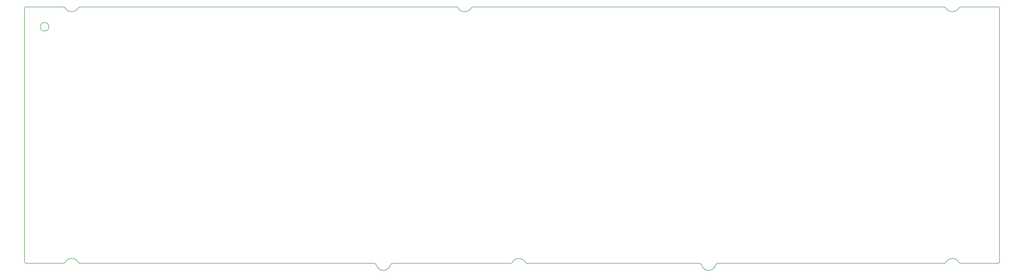
<source format=gbr>
%TF.GenerationSoftware,KiCad,Pcbnew,(7.99.0-267-g8440d7258b)*%
%TF.CreationDate,2024-01-28T22:05:12-08:00*%
%TF.ProjectId,379,3337392e-6b69-4636-9164-5f7063625858,rev?*%
%TF.SameCoordinates,Original*%
%TF.FileFunction,Profile,NP*%
%FSLAX46Y46*%
G04 Gerber Fmt 4.6, Leading zero omitted, Abs format (unit mm)*
G04 Created by KiCad (PCBNEW (7.99.0-267-g8440d7258b)) date 2024-01-28 22:05:12*
%MOMM*%
%LPD*%
G01*
G04 APERTURE LIST*
%TA.AperFunction,Profile*%
%ADD10C,0.200000*%
%TD*%
G04 APERTURE END LIST*
D10*
X23376000Y-112550000D02*
X23393037Y-112679410D01*
X352156438Y-22868186D02*
X352032461Y-22921506D01*
X147021426Y-113761985D02*
G75*
G03*
X146063837Y-113050000I-957626J-288015D01*
G01*
X152813163Y-113050000D02*
X194236841Y-113050000D01*
X23876000Y-22850000D02*
X23746590Y-22867037D01*
X23746590Y-22867037D02*
X23626000Y-22916987D01*
X346999742Y-112893962D02*
X347078507Y-112784375D01*
X346770552Y-22868222D02*
X346636841Y-22850000D01*
X261321426Y-113761985D02*
G75*
G03*
X260363837Y-113050000I-957626J-288015D01*
G01*
X42285993Y-112784375D02*
X42364785Y-112893937D01*
X365921513Y-112800000D02*
X365971463Y-112679410D01*
X42364785Y-112893937D02*
X42469980Y-112978463D01*
X180477258Y-23006038D02*
X180398493Y-23115625D01*
X37437242Y-112893962D02*
X37516007Y-112784375D01*
X37332039Y-112978494D02*
X37437242Y-112893962D01*
X175628507Y-23115625D02*
X175549715Y-23006063D01*
X365921513Y-23100000D02*
X365842053Y-22996447D01*
X194236841Y-113050000D02*
X194370562Y-113031814D01*
X352290159Y-22850000D02*
X352156438Y-22868186D01*
X351848493Y-112784375D02*
X351927285Y-112893937D01*
X37437215Y-23006063D02*
X37332020Y-22921537D01*
X351848493Y-112784375D02*
G75*
G03*
X347078507Y-112784375I-2384993J-1265624D01*
G01*
X23376000Y-23350000D02*
X23376000Y-112550000D01*
X347078507Y-23115625D02*
G75*
G03*
X351848493Y-23115625I2384993J1265624D01*
G01*
X365971463Y-23220590D02*
X365921513Y-23100000D01*
X175320552Y-22868222D02*
X175186841Y-22850000D01*
X365488500Y-22850000D02*
X352290159Y-22850000D01*
X194494539Y-112978494D02*
X194599742Y-112893962D01*
X37074341Y-113050000D02*
X37208062Y-113031814D01*
X365617910Y-22867037D02*
X365488500Y-22850000D01*
X365738500Y-112983013D02*
X365842053Y-112903553D01*
X37208062Y-113031814D02*
X37332039Y-112978494D01*
X175549715Y-23006063D02*
X175444520Y-22921537D01*
X31876000Y-29850000D02*
G75*
G03*
X31876000Y-29850000I-1500000J0D01*
G01*
X23746590Y-113032963D02*
X23876000Y-113050000D01*
X37332020Y-22921537D02*
X37208052Y-22868222D01*
X23393037Y-112679410D02*
X23442987Y-112800000D01*
X351927258Y-23006038D02*
X351848493Y-23115625D01*
X199632480Y-112978463D02*
X199756448Y-113031778D01*
X199756448Y-113031778D02*
X199890159Y-113050000D01*
X42469980Y-112978463D02*
X42593948Y-113031778D01*
X346770562Y-113031814D02*
X346894539Y-112978494D01*
X199448493Y-112784375D02*
G75*
G03*
X194678507Y-112784375I-2384993J-1265624D01*
G01*
X23393037Y-23220590D02*
X23376000Y-23350000D01*
X42285993Y-112784375D02*
G75*
G03*
X37516007Y-112784375I-2384993J-1265624D01*
G01*
X175628507Y-23115625D02*
G75*
G03*
X180398493Y-23115625I2384993J1265624D01*
G01*
X23626000Y-112983013D02*
X23746590Y-113032963D01*
X23442987Y-23100000D02*
X23393037Y-23220590D01*
X365488500Y-113050000D02*
X365617910Y-113032963D01*
X365971463Y-112679410D02*
X365988500Y-112550000D01*
X180840159Y-22850000D02*
X180706438Y-22868186D01*
X42469961Y-22921506D02*
X42364758Y-23006038D01*
X346894520Y-22921537D02*
X346770552Y-22868222D01*
X365617910Y-113032963D02*
X365738500Y-112983013D01*
X37516007Y-23115625D02*
G75*
G03*
X42285993Y-23115625I2384993J1265624D01*
G01*
X180582461Y-22921506D02*
X180477258Y-23006038D01*
X42727659Y-113050000D02*
X146063837Y-113050000D01*
X199448493Y-112784375D02*
X199527285Y-112893937D01*
X199527285Y-112893937D02*
X199632480Y-112978463D01*
X42593948Y-113031778D02*
X42727659Y-113050000D01*
X365842053Y-112903553D02*
X365921513Y-112800000D01*
X346999715Y-23006063D02*
X346894520Y-22921537D01*
X346636841Y-113050000D02*
X346770562Y-113031814D01*
X365842053Y-22996447D02*
X365738500Y-22916987D01*
X180706438Y-22868186D02*
X180582461Y-22921506D01*
X346636841Y-22850000D02*
X180840159Y-22850000D01*
X23522447Y-22996447D02*
X23442987Y-23100000D01*
X37208052Y-22868222D02*
X37074341Y-22850000D01*
X23522447Y-112903553D02*
X23626000Y-112983013D01*
X365988500Y-112550000D02*
X365988500Y-23350000D01*
X175186841Y-22850000D02*
X42727659Y-22850000D01*
X346894539Y-112978494D02*
X346999742Y-112893962D01*
X194370562Y-113031814D02*
X194494539Y-112978494D01*
X194599742Y-112893962D02*
X194678507Y-112784375D01*
X261321461Y-113761975D02*
G75*
G03*
X266155539Y-113761975I2417039J726975D01*
G01*
X147021461Y-113761975D02*
G75*
G03*
X151855539Y-113761975I2417039J726975D01*
G01*
X42364758Y-23006038D02*
X42285993Y-23115625D01*
X152813163Y-113049965D02*
G75*
G03*
X151855541Y-113761975I37J-1000035D01*
G01*
X42593938Y-22868186D02*
X42469961Y-22921506D01*
X42727659Y-22850000D02*
X42593938Y-22868186D01*
X23626000Y-22916987D02*
X23522447Y-22996447D01*
X199890159Y-113050000D02*
X260363837Y-113050000D01*
X352290159Y-113050000D02*
X365488500Y-113050000D01*
X352032461Y-22921506D02*
X351927258Y-23006038D01*
X352032480Y-112978463D02*
X352156448Y-113031778D01*
X267113163Y-113050000D02*
X346636841Y-113050000D01*
X352156448Y-113031778D02*
X352290159Y-113050000D01*
X37516007Y-23115625D02*
X37437215Y-23006063D01*
X351927285Y-112893937D02*
X352032480Y-112978463D01*
X23876000Y-113050000D02*
X37074341Y-113050000D01*
X267113163Y-113049965D02*
G75*
G03*
X266155541Y-113761975I37J-1000035D01*
G01*
X175444520Y-22921537D02*
X175320552Y-22868222D01*
X365738500Y-22916987D02*
X365617910Y-22867037D01*
X37074341Y-22850000D02*
X23876000Y-22850000D01*
X23442987Y-112800000D02*
X23522447Y-112903553D01*
X365988500Y-23350000D02*
X365971463Y-23220590D01*
X347078507Y-23115625D02*
X346999715Y-23006063D01*
M02*

</source>
